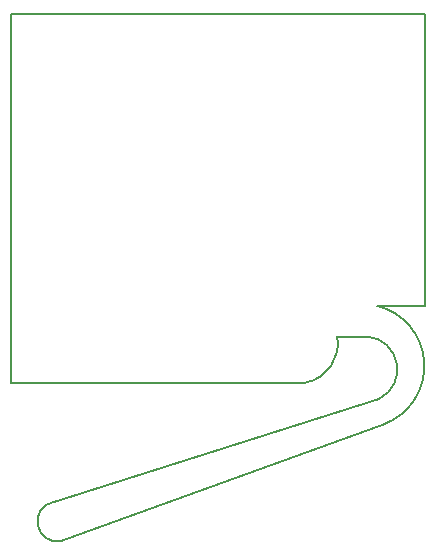
<source format=gbr>
G04 #@! TF.GenerationSoftware,KiCad,Pcbnew,(5.0.0-rc2-92-g9552e0272)*
G04 #@! TF.CreationDate,2018-06-17T01:32:07-07:00*
G04 #@! TF.ProjectId,sprite,7370726974652E6B696361645F706362,rev?*
G04 #@! TF.SameCoordinates,Original*
G04 #@! TF.FileFunction,Profile,NP*
%FSLAX46Y46*%
G04 Gerber Fmt 4.6, Leading zero omitted, Abs format (unit mm)*
G04 Created by KiCad (PCBNEW (5.0.0-rc2-92-g9552e0272)) date Sun Jun 17 01:32:07 2018*
%MOMM*%
%LPD*%
G01*
G04 APERTURE LIST*
%ADD10C,0.150000*%
G04 APERTURE END LIST*
D10*
X151841100Y-108152074D02*
X155841100Y-108152074D01*
X120841100Y-114652074D02*
X145741100Y-114652074D01*
X148441100Y-110752074D02*
G75*
G02X145741100Y-114652074I-3300000J-600000D01*
G01*
X148441100Y-110752074D02*
X150941100Y-110752074D01*
X151941099Y-116052075D02*
G75*
G03X150941100Y-110752074I-1210065J2516026D01*
G01*
X151941100Y-116052074D02*
X124441100Y-124752074D01*
X125041100Y-128052074D02*
G75*
G02X124441100Y-124752074I-300000J1650000D01*
G01*
X125041100Y-128052074D02*
X152441100Y-118152074D01*
X151841100Y-108152074D02*
G75*
G02X152441100Y-118152074I-1276494J-5094590D01*
G01*
X155841100Y-108152074D02*
X155841100Y-83452074D01*
X155841100Y-83452074D02*
X120841100Y-83452074D01*
X120841100Y-83452074D02*
X120841100Y-114652074D01*
M02*

</source>
